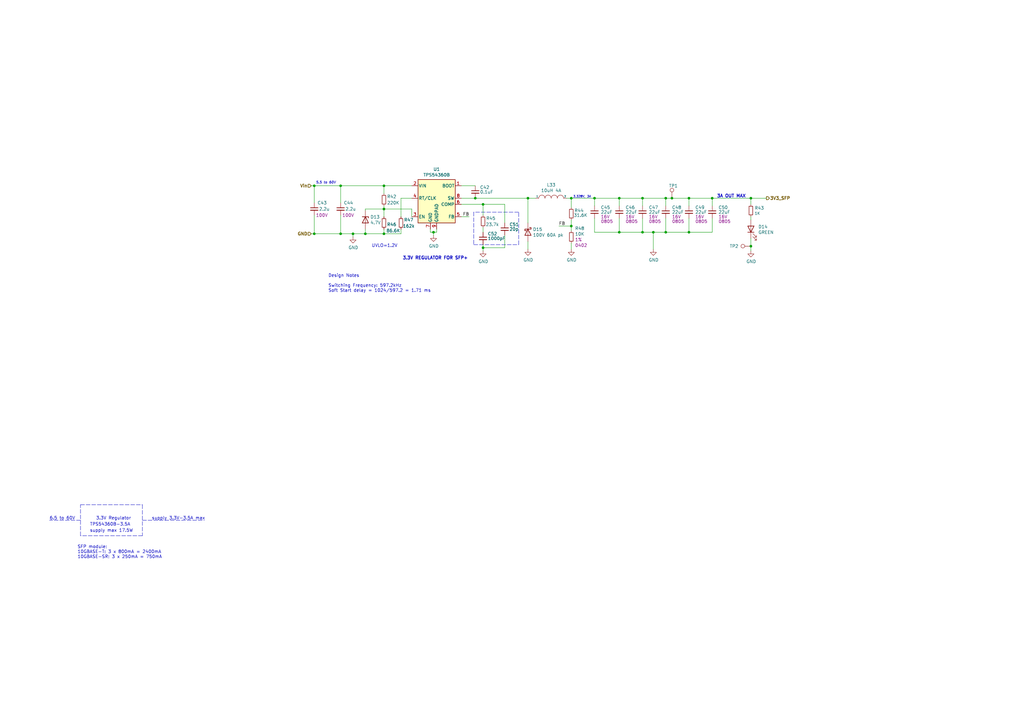
<source format=kicad_sch>
(kicad_sch (version 20211123) (generator eeschema)
  (paper "A3")
  (title_block (title "UbiConn") (date "2023-01-21") (rev "A"))
  (lib_symbols
    (symbol "Connector:TestPoint" (pin_numbers hide) (pin_names (offset 0.762) hide)
      (property "Reference" "TP" (at 0 6.858 0))
      (property "Value" "TestPoint" (at 0 5.08 0))
      (symbol "TestPoint_0_1"
        (circle (center 0 3.302) (radius 0.762))
      )
      (symbol "TestPoint_1_1"
        (pin passive line (at 0 0 90) (length 2.54) (name "1") (number "1"))
      )
    )
    (symbol "Device:C_Small" (pin_numbers hide) (pin_names (offset 0.254) hide)
      (property "Reference" "C" (at 0.254 1.778 0))
      (property "Value" "C_Small" (at 0.254 -2.032 0))
      (symbol "C_Small_0_1"
        (polyline (pts (xy -1.524 -0.508) (xy 1.524 -0.508)) (stroke (width 0.3302)))
        (polyline (pts (xy -1.524 0.508) (xy 1.524 0.508)) (stroke (width 0.3048)))
      )
      (symbol "C_Small_1_1"
        (pin passive line (at 0 2.54 270) (length 2.032) (name "~") (number "1"))
        (pin passive line (at 0 -2.54 90) (length 2.032) (name "~") (number "2"))
      )
    )
    (symbol "Device:D_Schottky" (pin_numbers hide) (pin_names (offset 1.016) hide)
      (property "Reference" "D" (at 0 2.54 0))
      (property "Value" "D_Schottky" (at 0 -2.54 0))
      (symbol "D_Schottky_0_1"
        (polyline (pts (xy 1.27 0) (xy -1.27 0)))
        (polyline (pts (xy 1.27 1.27) (xy 1.27 -1.27) (xy -1.27 0) (xy 1.27 1.27)) (stroke (width 0.254)))
        (polyline (pts (xy -1.905 0.635) (xy -1.905 1.27) (xy -1.27 1.27) (xy -1.27 -1.27) (xy -0.635 -1.27) (xy -0.635 -0.635)) (stroke (width 0.254)))
      )
      (symbol "D_Schottky_1_1"
        (pin passive line (at -3.81 0 0) (length 2.54) (name "K") (number "1"))
        (pin passive line (at 3.81 0 180) (length 2.54) (name "A") (number "2"))
      )
    )
    (symbol "Device:D_Zener" (pin_numbers hide) (pin_names (offset 1.016) hide)
      (property "Reference" "D" (at 0 2.54 0))
      (property "Value" "D_Zener" (at 0 -2.54 0))
      (symbol "D_Zener_0_1"
        (polyline (pts (xy 1.27 0) (xy -1.27 0)))
        (polyline (pts (xy -1.27 -1.27) (xy -1.27 1.27) (xy -0.762 1.27)) (stroke (width 0.254)))
        (polyline (pts (xy 1.27 -1.27) (xy 1.27 1.27) (xy -1.27 0) (xy 1.27 -1.27)) (stroke (width 0.254)))
      )
      (symbol "D_Zener_1_1"
        (pin passive line (at -3.81 0 0) (length 2.54) (name "K") (number "1"))
        (pin passive line (at 3.81 0 180) (length 2.54) (name "A") (number "2"))
      )
    )
    (symbol "Device:LED" (pin_numbers hide) (pin_names (offset 1.016) hide)
      (property "Reference" "D" (at 0 2.54 0))
      (property "Value" "LED" (at 0 -2.54 0))
      (symbol "LED_0_1"
        (polyline (pts (xy -1.27 -1.27) (xy -1.27 1.27)) (stroke (width 0.254)))
        (polyline (pts (xy -1.27 0) (xy 1.27 0)))
        (polyline (pts (xy 1.27 -1.27) (xy 1.27 1.27) (xy -1.27 0) (xy 1.27 -1.27)) (stroke (width 0.254)))
        (polyline (pts (xy -3.048 -0.762) (xy -4.572 -2.286) (xy -3.81 -2.286) (xy -4.572 -2.286) (xy -4.572 -1.524)))
        (polyline (pts (xy -1.778 -0.762) (xy -3.302 -2.286) (xy -2.54 -2.286) (xy -3.302 -2.286) (xy -3.302 -1.524)))
      )
      (symbol "LED_1_1"
        (pin passive line (at -3.81 0 0) (length 2.54) (name "K") (number "1"))
        (pin passive line (at 3.81 0 180) (length 2.54) (name "A") (number "2"))
      )
    )
    (symbol "Device:R_Small" (pin_numbers hide) (pin_names (offset 0.254) hide)
      (property "Reference" "R" (at 0.762 0.508 0))
      (property "Value" "R_Small" (at 0.762 -1.016 0))
      (symbol "R_Small_0_1"
        (rectangle (start -0.762 1.778) (end 0.762 -1.778) (stroke (width 0.2032)))
      )
      (symbol "R_Small_1_1"
        (pin passive line (at 0 2.54 270) (length 0.762) (name "~") (number "1"))
        (pin passive line (at 0 -2.54 90) (length 0.762) (name "~") (number "2"))
      )
    )
    (symbol "Regulator_Switching:TPS54360DDA" (pin_names (offset 0.254))
      (property "Reference" "U" (at -7.62 11.43 0))
      (property "Value" "TPS54360DDA" (at -7.62 8.89 0))
      (symbol "TPS54360DDA_0_1"
        (rectangle (start -7.62 7.62) (end 7.62 -10.16) (stroke (width 0.254)) (fill (type background)))
      )
      (symbol "TPS54360DDA_1_1"
        (pin input line (at 10.16 5.08 180) (length 2.54) (name "BOOT") (number "1"))
        (pin power_in line (at -10.16 5.08 0) (length 2.54) (name "VIN") (number "2"))
        (pin input line (at -10.16 -7.62 0) (length 2.54) (name "EN") (number "3"))
        (pin input line (at -10.16 0 0) (length 2.54) (name "RT/CLK") (number "4"))
        (pin input line (at 10.16 -7.62 180) (length 2.54) (name "FB") (number "5"))
        (pin passive line (at 10.16 -2.54 180) (length 2.54) (name "COMP") (number "6"))
        (pin power_in line (at -2.54 -12.7 90) (length 2.54) (name "GND") (number "7"))
        (pin output line (at 10.16 0 180) (length 2.54) (name "SW") (number "8"))
        (pin power_in line (at 0 -12.7 90) (length 2.54) (name "GNDPAD") (number "9"))
      )
    )
    (symbol "power:GND" (power) (pin_names (offset 0))
      (property "Value" "GND" (at 0 -3.81 0))
      (symbol "GND_0_1"
        (polyline (pts (xy 0 0) (xy 0 -1.27) (xy 1.27 -1.27) (xy 0 -2.54) (xy -1.27 -1.27) (xy 0 -1.27)))
      )
      (symbol "GND_1_1"
        (pin power_in line (at 0 0 270) (length 0) hide (name "GND") (number "1"))
      )
    )
    (symbol "pspice:INDUCTOR" (pin_numbers hide) (pin_names (offset 0))
      (property "Reference" "L" (at 0 2.54 0))
      (property "Value" "INDUCTOR" (at 0 -1.27 0))
      (symbol "INDUCTOR_0_1"
        (arc (start -2.54 0) (mid -3.81 1.27) (end -5.08 0))
        (arc (start 0 0) (mid -1.27 1.27) (end -2.54 0))
        (arc (start 2.54 0) (mid 1.27 1.27) (end 0 0))
        (arc (start 5.08 0) (mid 3.81 1.27) (end 2.54 0))
      )
      (symbol "INDUCTOR_1_1"
        (pin input line (at -6.35 0 0) (length 1.27) (name "1") (number "1"))
        (pin input line (at 6.35 0 180) (length 1.27) (name "2") (number "2"))
      )
    )
  )
  (junction (at 275.59 81.28))
  (junction (at 307.975 81.28))
  (junction (at 177.8 95.25))
  (junction (at 198.12 83.82))
  (junction (at 234.315 92.71))
  (junction (at 263.525 81.28))
  (junction (at 198.12 101.6))
  (junction (at 128.905 95.885))
  (junction (at 282.575 81.28))
  (junction (at 194.945 81.28))
  (junction (at 282.575 95.25))
  (junction (at 254 81.28))
  (junction (at 273.05 95.25))
  (junction (at 149.86 95.885))
  (junction (at 128.905 76.2))
  (junction (at 157.48 76.2))
  (junction (at 157.48 85.725))
  (junction (at 243.84 81.28))
  (junction (at 273.05 81.28))
  (junction (at 292.1 81.28))
  (junction (at 267.97 95.25))
  (junction (at 144.78 95.885))
  (junction (at 254 95.25))
  (junction (at 139.7 95.885))
  (junction (at 234.315 81.28))
  (junction (at 157.48 95.885))
  (junction (at 216.535 81.28))
  (junction (at 307.975 100.965))
  (junction (at 139.7 76.2))
  (junction (at 263.525 95.25))
  (wire (pts (xy 273.05 89.535) (xy 273.05 95.25)))
  (wire (pts (xy 254 95.25) (xy 263.525 95.25)))
  (wire (pts (xy 157.48 76.2) (xy 168.91 76.2)))
  (wire (pts (xy 216.535 81.28) (xy 219.71 81.28)))
  (wire (pts (xy 234.315 90.17) (xy 234.315 92.71)))
  (wire (pts (xy 263.525 95.25) (xy 267.97 95.25)))
  (wire (pts (xy 232.41 81.28) (xy 234.315 81.28)))
  (wire (pts (xy 128.905 88.265) (xy 128.905 95.885)))
  (wire (pts (xy 234.315 81.28) (xy 243.84 81.28)))
  (wire (pts (xy 307.975 97.79) (xy 307.975 100.965)))
  (wire (pts (xy 307.975 81.28) (xy 314.325 81.28)))
  (wire (pts (xy 157.48 85.725) (xy 157.48 88.9)))
  (wire (pts (xy 216.535 99.06) (xy 216.535 102.235)))
  (polyline (pts (xy 212.725 86.995) (xy 194.31 86.995)))
  (wire (pts (xy 164.465 95.885) (xy 157.48 95.885)))
  (wire (pts (xy 189.23 81.28) (xy 194.945 81.28)))
  (wire (pts (xy 127.635 76.2) (xy 128.905 76.2)))
  (wire (pts (xy 292.1 81.28) (xy 307.975 81.28)))
  (wire (pts (xy 164.465 81.28) (xy 168.91 81.28)))
  (polyline (pts (xy 212.725 100.33) (xy 212.725 86.995)))
  (wire (pts (xy 273.05 81.28) (xy 275.59 81.28)))
  (wire (pts (xy 207.01 101.6) (xy 198.12 101.6)))
  (wire (pts (xy 149.86 86.36) (xy 149.86 85.725)))
  (polyline (pts (xy 33.02 219.71) (xy 33.02 207.01)))
  (wire (pts (xy 128.905 76.2) (xy 139.7 76.2)))
  (wire (pts (xy 243.84 95.25) (xy 254 95.25)))
  (wire (pts (xy 243.84 89.535) (xy 243.84 95.25)))
  (wire (pts (xy 144.78 97.155) (xy 144.78 95.885)))
  (wire (pts (xy 149.86 85.725) (xy 157.48 85.725)))
  (wire (pts (xy 149.86 93.98) (xy 149.86 95.885)))
  (wire (pts (xy 267.97 95.25) (xy 267.97 102.235)))
  (wire (pts (xy 139.7 76.2) (xy 139.7 83.185)))
  (wire (pts (xy 307.975 100.965) (xy 307.975 102.87)))
  (wire (pts (xy 179.07 95.25) (xy 177.8 95.25)))
  (wire (pts (xy 254 81.28) (xy 263.525 81.28)))
  (wire (pts (xy 194.945 76.2) (xy 189.23 76.2)))
  (wire (pts (xy 229.235 92.71) (xy 234.315 92.71)))
  (wire (pts (xy 164.465 88.9) (xy 164.465 81.28)))
  (wire (pts (xy 243.84 84.455) (xy 243.84 81.28)))
  (wire (pts (xy 254 84.455) (xy 254 81.28)))
  (polyline (pts (xy 33.02 213.36) (xy 20.32 213.36)))
  (wire (pts (xy 292.1 84.455) (xy 292.1 81.28)))
  (wire (pts (xy 164.465 93.98) (xy 164.465 95.885)))
  (wire (pts (xy 139.7 76.2) (xy 157.48 76.2)))
  (wire (pts (xy 139.7 88.265) (xy 139.7 95.885)))
  (polyline (pts (xy 194.31 86.995) (xy 194.31 100.33)))
  (wire (pts (xy 207.01 91.44) (xy 207.01 83.82)))
  (wire (pts (xy 292.1 95.25) (xy 282.575 95.25)))
  (wire (pts (xy 207.01 96.52) (xy 207.01 101.6)))
  (wire (pts (xy 198.12 102.87) (xy 198.12 101.6)))
  (wire (pts (xy 307.975 83.82) (xy 307.975 81.28)))
  (wire (pts (xy 234.315 102.235) (xy 234.315 99.695)))
  (wire (pts (xy 198.12 95.25) (xy 198.12 93.345)))
  (wire (pts (xy 307.975 88.9) (xy 307.975 90.17)))
  (wire (pts (xy 144.78 95.885) (xy 149.86 95.885)))
  (wire (pts (xy 177.8 95.25) (xy 177.8 96.52)))
  (wire (pts (xy 127.635 95.885) (xy 128.905 95.885)))
  (wire (pts (xy 176.53 95.25) (xy 176.53 93.98)))
  (wire (pts (xy 139.7 95.885) (xy 144.78 95.885)))
  (wire (pts (xy 263.525 95.25) (xy 263.525 89.535)))
  (polyline (pts (xy 194.31 100.33) (xy 212.725 100.33)))
  (wire (pts (xy 263.525 81.28) (xy 273.05 81.28)))
  (wire (pts (xy 207.01 83.82) (xy 198.12 83.82)))
  (wire (pts (xy 234.315 92.71) (xy 234.315 94.615)))
  (wire (pts (xy 282.575 81.28) (xy 292.1 81.28)))
  (wire (pts (xy 128.905 95.885) (xy 139.7 95.885)))
  (wire (pts (xy 273.05 95.25) (xy 282.575 95.25)))
  (wire (pts (xy 216.535 91.44) (xy 216.535 81.28)))
  (wire (pts (xy 198.12 83.82) (xy 189.23 83.82)))
  (wire (pts (xy 198.12 101.6) (xy 198.12 100.33)))
  (wire (pts (xy 292.1 89.535) (xy 292.1 95.25)))
  (wire (pts (xy 254 95.25) (xy 254 89.535)))
  (wire (pts (xy 149.86 95.885) (xy 157.48 95.885)))
  (wire (pts (xy 192.405 88.9) (xy 189.23 88.9)))
  (wire (pts (xy 168.91 88.9) (xy 168.91 85.725)))
  (wire (pts (xy 198.12 88.265) (xy 198.12 83.82)))
  (wire (pts (xy 275.59 81.28) (xy 282.575 81.28)))
  (wire (pts (xy 194.945 81.28) (xy 216.535 81.28)))
  (wire (pts (xy 267.97 95.25) (xy 273.05 95.25)))
  (wire (pts (xy 177.8 95.25) (xy 176.53 95.25)))
  (wire (pts (xy 179.07 93.98) (xy 179.07 95.25)))
  (wire (pts (xy 157.48 79.375) (xy 157.48 76.2)))
  (wire (pts (xy 168.91 85.725) (xy 157.48 85.725)))
  (polyline (pts (xy 58.42 219.71) (xy 33.02 219.71)))
  (wire (pts (xy 273.05 84.455) (xy 273.05 81.28)))
  (wire (pts (xy 263.525 84.455) (xy 263.525 81.28)))
  (polyline (pts (xy 33.02 207.01) (xy 58.42 207.01)))
  (wire (pts (xy 157.48 93.98) (xy 157.48 95.885)))
  (wire (pts (xy 282.575 84.455) (xy 282.575 81.28)))
  (wire (pts (xy 282.575 89.535) (xy 282.575 95.25)))
  (polyline (pts (xy 58.42 207.01) (xy 58.42 219.71)))
  (wire (pts (xy 157.48 84.455) (xy 157.48 85.725)))
  (polyline (pts (xy 58.42 213.36) (xy 83.82 213.36)))
  (wire (pts (xy 128.905 83.185) (xy 128.905 76.2)))
  (wire (pts (xy 234.315 85.09) (xy 234.315 81.28)))
  (wire (pts (xy 243.84 81.28) (xy 254 81.28)))
  (text "" (at 142.24 89.535 0) (effects (font (size 1.4986 1.4986) (thickness 0.2997) bold italic) (justify left bottom)))
  (text "3A OUT MAX" (at 294.005 81.28 0) (effects (font (size 1.27 1.27) (thickness 0.254) bold) (justify left bottom)))
  (text "3.3V REGULATOR FOR SFP+" (at 165.1 106.68 0) (effects (font (size 1.27 1.27) (thickness 0.254) bold) (justify left bottom)))
  (text "Design Notes\n\nSwitching Frequency: 597.2kHz\nSoft Start delay = 1024/597.2 = 1.71 ms" (at 134.62 120.015 0) (effects (font (size 1.27 1.27)) (justify left bottom)))
  (text "" (at 135.255 88.265 0) (effects (font (size 1.4986 1.4986) (thickness 0.2997) bold italic) (justify left bottom)))
  (text "SFP module: \n10GBASE-T: 3 x 800mA = 2400mA\n10GBASE-SR: 3 x 250mA = 750mA" (at 31.75 229.235 0) (effects (font (size 1.27 1.27)) (justify left bottom)))
  (text "3.328V, 3A" (at 234.95 81.28 0) (effects (font (size 0.889 0.889) italic) (justify left bottom)))
  (text "5.5 to 60V" (at 129.54 75.565 0) (effects (font (size 0.9906 0.9906) italic) (justify left bottom)))
  (text "" (at 307.34 86.995 0) (effects (font (size 1.4986 1.4986) (thickness 0.2997) bold italic) (justify left bottom)))
  (text "TPS54360B-3.5A" (at 36.83 215.9 0) (effects (font (size 1.27 1.27)) (justify left bottom)))
  (text "6.5 to 60V" (at 20.32 213.36 0) (effects (font (size 1.27 1.27)) (justify left bottom)))
  (text "UVLO=1.2V" (at 152.4 101.6 0) (effects (font (size 1.27 1.27)) (justify left bottom)))
  (text "supply 3.3V-3.5A max" (at 62.23 213.36 0) (effects (font (size 1.27 1.27)) (justify left bottom)))
  (text "supply max 17.5W" (at 36.83 218.44 0) (effects (font (size 1.27 1.27)) (justify left bottom)))
  (text "" (at 288.29 88.265 0) (effects (font (size 1.4986 1.4986) (thickness 0.2997) bold italic) (justify left bottom)))
  (text "3.3V Regulator" (at 39.37 213.36 0) (effects (font (size 1.27 1.27)) (justify left bottom)))
  (text "" (at 127 88.265 0) (effects (font (size 1.4986 1.4986) (thickness 0.2997) bold italic) (justify left bottom)))
  (text "" (at 9.525 50.165 0) (effects (font (size 1.4986 1.4986) (thickness 0.2997) bold italic) (justify left bottom)))
  (label "FB" (at 192.405 88.9 180))
  (label "FB" (at 229.235 92.71 0))
  (hierarchical_label "GND" (shape input) (at 127.635 95.885 180) (effects (font (thickness 0.254) bold)))
  (hierarchical_label "Vin" (shape input) (at 127.635 76.2 180) (effects (font (thickness 0.254) bold)))
  (hierarchical_label "3V3_SFP" (shape output) (at 314.325 81.28 0) (effects (font (thickness 0.254) bold)))
  (symbol (lib_id "Connector:TestPoint") (at 275.59 81.28 0)
    (property "Reference" "TP1" (at 274.32 76.2 0) (effects (justify left)))
    (property "Value" "TestPoint" (effects hide))
    (property "Footprint" "TestPoint:TestPoint_Pad_D1.0mm" (effects hide))
    (property "MPN" "DNI" (effects hide))
  )
  (symbol (lib_id "Device:D_Schottky") (at 216.535 95.25 270)
    (property "Reference" "D15" (at 218.5416 94.0816 90) (effects (justify left)))
    (property "Value" "100V 60A pk" (at 218.5416 96.393 90) (effects (justify left)))
    (property "Footprint" "Diode_SMD:D_SMA" (effects hide))
    (property "MPN" "VSSA310S-E3/61T" (effects hide))
    (property "LCSC#" "C468173" (effects hide))
    (property "Cost @ 100pcs" "0.260" (effects hide))
    (property "Manufacturer " "Vishay General Semiconductor" (effects hide))
    (property "MPN if populated" "VSSA310S-E3/61T" (effects hide))
    (property "Description" "DIODE SCHOTTKY 100V 1.7A DO214AC" (effects hide))
    (property "Operating Temperature" "-40°C ~ 150°C" (effects hide))
    (property "Cost @10pcs" "0.381" (effects hide))
    (property "Supplier 1" "Mouser" (effects hide))
  )
  (symbol (lib_id "Regulator_Switching:TPS54360DDA") (at 179.07 81.28 0)
    (property "Reference" "U1" (at 179.07 69.4182 0))
    (property "Value" "TPS54360B" (at 179.07 71.7296 0))
    (property "Footprint" "Package_SO:TI_SO-PowerPAD-8_ThermalVias" (effects hide))
    (property "MPN" "TPS54360BDDAR" (effects hide))
    (property "MPN if populated" "TPS54360BDDAR" (effects hide))
    (property "Cost @ 100pcs" "1.2823" (effects hide))
    (property "Manufacturer " "Texas Instruments" (effects hide))
    (property "Description" "IC REG BCK SPLIT RAIL ADJ 8SOPWR" (effects hide))
    (property "Operating Temperature" "-40°C ~ 150°C" (effects hide))
    (property "Cost @10pcs" "1.5655" (effects hide))
    (property "Supplier 1" "Texas Instruments" (effects hide))
    (property "Alt" "TPS54360BQDDARQ1" (effects hide))
    (property "LCSC#" "C524806" (effects hide))
  )
  (symbol (lib_id "Device:R_Small") (at 234.315 87.63 0)
    (property "Reference" "R44" (at 237.49 86.36 0))
    (property "Value" "31.6K" (at 238.125 88.265 0))
    (property "Footprint" "Resistor_SMD:R_0402_1005Metric" (effects hide))
    (property "MPN" "RC0402FR-0731K6L" (effects hide))
    (property "LCSC#" "C276265" (effects hide))
    (property "Tolerance" "1%" (effects hide))
    (property "MPN if populated" "RC0402FR-0731K6L" (effects hide))
    (property "Cost @ 100pcs" "0.0007" (effects hide))
    (property "Manufacturer " "Yageo" (effects hide))
    (property "Description" "RES 31.6K OHM 1% 1/16W 0402" (effects hide))
    (property "Operating Temperature" "-55°C ~ 155°C" (effects hide))
    (property "Cost @10pcs" "0.0007" (effects hide))
    (property "Supplier 1" "LCSC" (effects hide))
    (property "Package" "0402" (effects hide))
  )
  (symbol (lib_id "Device:R_Small") (at 234.315 97.155 0)
    (property "Reference" "R48" (at 235.8136 93.6752 0) (effects (justify left)))
    (property "Value" "10K" (at 235.8136 95.9866 0) (effects (justify left)))
    (property "Footprint" "Resistor_SMD:R_0402_1005Metric" (effects hide))
    (property "MPN" "RC0402FR-0710KL" (effects hide))
    (property "LCSC#" "C60490" (effects hide))
    (property "Tolerance" "1%" (at 235.8136 98.298 0) (effects (justify left)))
    (property "MPN if populated" "RC0402FR-0710KL" (effects hide))
    (property "Cost @ 100pcs" "0.0006" (effects hide))
    (property "Manufacturer " "Yageo" (effects hide))
    (property "Description" "RES SMD 10K OHM 1% 1/16W 0402" (effects hide))
    (property "Operating Temperature" "-55°C ~ 155°C" (effects hide))
    (property "Cost @10pcs" "0.0006" (effects hide))
    (property "Supplier 1" "LCSC" (effects hide))
    (property "Package" "0402" (at 235.8136 100.6094 0) (effects (justify left)))
  )
  (symbol (lib_id "Device:R_Small") (at 157.48 81.915 0)
    (property "Reference" "R42" (at 160.655 80.645 0))
    (property "Value" "220K" (at 161.29 83.185 0))
    (property "Footprint" "Resistor_SMD:R_0402_1005Metric" (effects hide))
    (property "MPN" "RC0402FR-07220KL" (effects hide))
    (property "LCSC#" "C138030" (effects hide))
    (property "Tolerance" "1%" (effects hide))
    (property "MPN if populated" "RC0402FR-07220KL" (effects hide))
    (property "Cost @ 100pcs" "0.0014" (effects hide))
    (property "Description" "RES SMD 220K OHM 1% 1/16W 0402" (effects hide))
    (property "Cost @10pcs" "0.0014" (effects hide))
    (property "Manufacturer " "Yageo" (effects hide))
    (property "Operating Temperature" "-55°C ~ 155°C" (effects hide))
    (property "Supplier 1" "LCSC" (effects hide))
    (property "Package" "0402" (effects hide))
  )
  (symbol (lib_id "Device:R_Small") (at 157.48 91.44 0)
    (property "Reference" "R46" (at 160.655 92.075 0))
    (property "Value" "86.6K" (at 161.29 94.615 0))
    (property "Footprint" "Resistor_SMD:R_0402_1005Metric" (effects hide))
    (property "MPN" "RC0402FR-0786K6L" (effects hide))
    (property "LCSC#" "C477807" (effects hide))
    (property "Tolerance" "1%" (effects hide))
    (property "MPN if populated" "RC0402FR-0786K6L" (effects hide))
    (property "Cost @ 100pcs" "0.0015" (effects hide))
    (property "Description" "RES SMD 86.6K OHM 1% 1/16W 0402" (effects hide))
    (property "Cost @10pcs" "0.0015" (effects hide))
    (property "Manufacturer " "Yageo" (effects hide))
    (property "Operating Temperature" "-55°C ~ 155°C" (effects hide))
    (property "Supplier 1" "LCSC" (effects hide))
    (property "Package" "0402" (effects hide))
  )
  (symbol (lib_id "Device:R_Small") (at 164.465 91.44 0)
    (property "Reference" "R47" (at 167.64 90.17 0))
    (property "Value" "162k" (at 167.64 92.71 0))
    (property "Footprint" "Resistor_SMD:R_0402_1005Metric" (effects hide))
    (property "MPN" "RC0402FR-07162KL" (effects hide))
    (property "LCSC#" "C185462" (effects hide))
    (property "Tolerance" "1%" (effects hide))
    (property "MPN if populated" "RC0402FR-07162KL" (effects hide))
    (property "Cost @ 100pcs" "0.006" (effects hide))
    (property "Manufacturer " "Yageo" (effects hide))
    (property "Description" "RES SMD 162K OHM 1% 1/16W 0402" (effects hide))
    (property "Operating Temperature" "-55°C ~ 155°C" (effects hide))
    (property "Cost @10pcs" "0.017" (effects hide))
    (property "Supplier 1" "LCSC" (effects hide))
    (property "Package" "0402" (effects hide))
  )
  (symbol (lib_id "Device:C_Small") (at 194.945 78.74 0)
    (property "Reference" "C42" (at 196.85 76.835 0) (effects (justify left)))
    (property "Value" "0.1uF" (at 196.85 78.74 0) (effects (justify left)))
    (property "Footprint" "Kpk:C_0402_Small" (effects hide))
    (property "MPN" "GRM155R71H104KE14J" (effects hide))
    (property "Voltage Rating" "50V" (effects hide))
    (property "LCSC#" "C85858" (effects hide))
    (property "Cost @ 100pcs" "0.0117" (effects hide))
    (property "MPN if populated" "GRM155R71H104KE14J" (effects hide))
    (property "Manufacturer " "Murata Electronics" (effects hide))
    (property "Description" "CAP CER 0.1UF 50V X7R 0402" (effects hide))
    (property "Operating Temperature" "-55°C ~ 125°C" (effects hide))
    (property "Cost @10pcs" "0.0117" (effects hide))
    (property "Supplier 1" "LCSC" (effects hide))
    (property "Package" "0402" (effects hide))
  )
  (symbol (lib_id "Device:R_Small") (at 198.12 90.805 0)
    (property "Reference" "R45" (at 201.295 89.535 0))
    (property "Value" "23.7k" (at 201.93 92.075 0))
    (property "Footprint" "Resistor_SMD:R_0402_1005Metric" (effects hide))
    (property "MPN" "RC0402FR-0723K7L" (effects hide))
    (property "LCSC#" "C327362" (effects hide))
    (property "Tolerance" "1%" (effects hide))
    (property "MPN if populated" "RC0402FR-0723K7L" (effects hide))
    (property "Cost @ 100pcs" "0.006" (effects hide))
    (property "Manufacturer " "Yageo" (effects hide))
    (property "Description" "RES SMD 23.7K OHM 1% 1/16W 0402" (effects hide))
    (property "Operating Temperature" "-55°C ~ 155°C" (effects hide))
    (property "Cost @10pcs" "0.017" (effects hide))
    (property "Supplier 1" "LCSC" (effects hide))
    (property "Package" "0402" (effects hide))
  )
  (symbol (lib_id "Device:C_Small") (at 198.12 97.79 0)
    (property "Reference" "C52" (at 200.025 95.885 0) (effects (justify left)))
    (property "Value" "1000pF" (at 200.025 97.79 0) (effects (justify left)))
    (property "Footprint" "Kpk:C_0402_Small" (effects hide))
    (property "MPN" "0402B102K500CT" (effects hide))
    (property "Voltage Rating" "50V" (effects hide))
    (property "LCSC#" "C301925" (effects hide))
    (property "Cost @ 100pcs" "0.002" (effects hide))
    (property "MPN if populated" "0402B102K500CT" (effects hide))
    (property "Manufacturer " "Walsin Tech Corp" (effects hide))
    (property "Description" "CAP CER 1000PF 50V X7R 0402" (effects hide))
    (property "Operating Temperature" "-55°C ~ 125°C" (effects hide))
    (property "Cost @10pcs" "0.002" (effects hide))
    (property "Supplier 1" "LCSC" (effects hide))
    (property "Package" "0402" (effects hide))
  )
  (symbol (lib_id "Device:LED") (at 307.975 93.98 90)
    (property "Reference" "D14" (at 310.9722 92.9894 90) (effects (justify right)))
    (property "Value" "GREEN" (at 310.9722 95.3008 90) (effects (justify right)))
    (property "Footprint" "LED_SMD:LED_0603_1608Metric" (effects hide))
    (property "MPN" "LTST-C191KGKT" (effects hide))
    (property "LCSC#" "C125098" (effects hide))
    (property "Cost @ 100pcs" "0.0211" (effects hide))
    (property "MPN if populated" "LTST-C191KGKT" (effects hide))
    (property "Manufacturer " "Lite-On" (effects hide))
    (property "Alt" "SML-D12P8WT86C" (effects hide))
    (property "Description" "LED PURE GREEN 1608 SMD" (effects hide))
    (property "Operating Temperature" "-55 °C~ 85°C" (effects hide))
    (property "Cost @10pcs" "0.0211" (effects hide))
    (property "Supplier 1" "LCSC" (effects hide))
  )
  (symbol (lib_id "Device:R_Small") (at 307.975 86.36 0)
    (property "Reference" "R43" (at 309.4736 85.3186 0) (effects (justify left)))
    (property "Value" "1K" (at 309.4736 87.503 0) (effects (font (size 1.0922 1.0922)) (justify left)))
    (property "Footprint" "Resistor_SMD:R_0402_1005Metric" (effects hide))
    (property "MPN" "RC0402FR-071KL" (effects hide))
    (property "LCSC#" "C106235" (effects hide))
    (property "MPN if populated" "RC0402FR-071KL" (effects hide))
    (property "Cost @ 100pcs" "0.0007" (effects hide))
    (property "Manufacturer " "Yageo" (effects hide))
    (property "Tolerance" "1%" (effects hide))
    (property "Description" "RES SMD 1K OHM 1% 1/16W 0402" (effects hide))
    (property "Operating Temperature" "-55°C ~ 155°C" (effects hide))
    (property "Cost @10pcs" "0.0007" (effects hide))
    (property "Supplier 1" "LCSC" (effects hide))
    (property "Package" "0402" (effects hide))
  )
  (symbol (lib_id "Device:C_Small") (at 139.7 85.725 0)
    (property "Reference" "C44" (at 140.97 83.185 0) (effects (justify left)))
    (property "Value" "2.2u" (at 141.605 85.725 0) (effects (justify left)))
    (property "Footprint" "Capacitor_SMD:C_1206_3216Metric" (effects hide))
    (property "MPN" "CL31B225KCHSNNE" (effects hide))
    (property "Voltage Rating" "100V" (at 140.335 88.265 0) (effects (justify left)))
    (property "LCSC#" "C170101" (effects hide))
    (property "MPN if populated" "CL31B225KCHSNNE" (effects hide))
    (property "Manufacturer " "Samsung Electro-Mechanics" (effects hide))
    (property "Cost @ 100pcs" "0.0912" (effects hide))
    (property "Description" "CAP CER 2.2UF 100V X7R 1206" (effects hide))
    (property "Operating Temperature" "-55°C ~ 125°C" (effects hide))
    (property "Cost @10pcs" "0.0912" (effects hide))
    (property "Supplier 1" "LCSC" (effects hide))
    (property "Package" "1206" (effects hide))
  )
  (symbol (lib_id "Device:C_Small") (at 128.905 85.725 0)
    (property "Reference" "C43" (at 130.175 83.185 0) (effects (justify left)))
    (property "Value" "2.2u" (at 130.81 85.725 0) (effects (justify left)))
    (property "Footprint" "Capacitor_SMD:C_1206_3216Metric" (effects hide))
    (property "MPN" "CL31B225KCHSNNE" (effects hide))
    (property "Voltage Rating" "100V" (at 129.54 88.265 0) (effects (justify left)))
    (property "LCSC#" "C170101" (effects hide))
    (property "MPN if populated" "CL31B225KCHSNNE" (effects hide))
    (property "Manufacturer " "Samsung Electro-Mechanics" (effects hide))
    (property "Cost @ 100pcs" "0.0912" (effects hide))
    (property "Description" "CAP CER 2.2UF 100V X7R 1206" (effects hide))
    (property "Operating Temperature" "-55°C ~ 125°C" (effects hide))
    (property "Cost @10pcs" "0.0912" (effects hide))
    (property "Supplier 1" "LCSC" (effects hide))
    (property "Package" "1206" (effects hide))
  )
  (symbol (lib_id "pspice:INDUCTOR") (at 226.06 81.28 0)
    (property "Reference" "L33" (at 226.06 75.819 0))
    (property "Value" "10uH 4A" (at 226.06 78.1304 0))
    (property "Footprint" "Kpk:L_7.3x6.6_H3" (effects hide))
    (property "MPN" "LMLP07A7M100DTAS" (effects hide))
    (property "MPN if populated" "LMLP07A7M100DTAS" (effects hide))
    (property "Cost @ 100pcs" "0.281" (effects hide))
    (property "Manufacturer " "AVX Corporation" (effects hide))
    (property "Description" "FIXED IND 10UH 4A 68MOHM SMD" (effects hide))
    (property "Operating Temperature" "-55°C ~ 155°C" (effects hide))
    (property "Cost @10pcs" "0.335" (effects hide))
    (property "Supplier 1" "Mouser" (effects hide))
  )
  (symbol (lib_id "Device:C_Small") (at 207.01 93.98 0)
    (property "Reference" "C51" (at 208.915 92.075 0) (effects (justify left)))
    (property "Value" "20p" (at 208.915 93.98 0) (effects (justify left)))
    (property "Footprint" "Kpk:C_0402_Small" (effects hide))
    (property "MPN" "CC0402JRNPO9BN200" (effects hide))
    (property "Voltage Rating" "50V" (effects hide))
    (property "LCSC#" "C107000" (effects hide))
    (property "Cost @ 100pcs" "0.011" (effects hide))
    (property "MPN if populated" "CC0402JRNPO9BN200" (effects hide))
    (property "Manufacturer " "Yageo" (effects hide))
    (property "Description" "CAP CER 20PF 50V C0G/NPO 0402" (effects hide))
    (property "Operating Temperature" "-55°C ~ 125°C" (effects hide))
    (property "Cost @10pcs" "0.024" (effects hide))
    (property "Supplier 1" "LCSC" (effects hide))
    (property "Package" "0402" (effects hide))
  )
  (symbol (lib_id "Connector:TestPoint") (at 307.975 100.965 90)
    (property "Reference" "TP2" (at 302.895 100.965 90) (effects (justify left)))
    (property "Value" "TestPoint" (effects hide))
    (property "Footprint" "TestPoint:TestPoint_Pad_D1.0mm" (effects hide))
    (property "MPN" "DNI" (effects hide))
  )
  (symbol (lib_id "power:GND") (at 144.78 97.155 0)
    (property "Reference" "#PWR090" (effects hide))
    (property "Value" "GND" (at 144.907 101.5492 0))
  )
  (symbol (lib_id "power:GND") (at 177.8 96.52 0)
    (property "Reference" "#PWR089" (effects hide))
    (property "Value" "GND" (at 177.927 100.9142 0))
  )
  (symbol (lib_id "power:GND") (at 198.12 102.87 0)
    (property "Reference" "#PWR094" (effects hide))
    (property "Value" "GND" (at 198.247 107.2642 0))
  )
  (symbol (lib_id "power:GND") (at 216.535 102.235 0)
    (property "Reference" "#PWR091" (effects hide))
    (property "Value" "GND" (at 216.662 106.6292 0))
  )
  (symbol (lib_id "power:GND") (at 234.315 102.235 0)
    (property "Reference" "#PWR092" (effects hide))
    (property "Value" "GND" (at 234.442 106.6292 0))
  )
  (symbol (lib_id "power:GND") (at 267.97 102.235 0)
    (property "Reference" "#PWR093" (effects hide))
    (property "Value" "GND" (at 268.097 106.6292 0))
  )
  (symbol (lib_id "power:GND") (at 307.975 102.87 0)
    (property "Reference" "#PWR095" (effects hide))
    (property "Value" "GND" (at 308.102 107.2642 0))
  )
  (symbol (lib_id "Device:C_Small") (at 243.84 86.995 0)
    (property "Reference" "C45" (at 246.38 85.09 0) (effects (justify left)))
    (property "Value" "22uF" (at 246.38 86.995 0) (effects (justify left)))
    (property "Footprint" "Capacitor_SMD:C_0805_2012Metric" (effects hide))
    (property "MPN" "CL21X226MOYNNWE" (effects hide))
    (property "Voltage Rating" "16V" (at 246.38 88.9 0) (effects (justify left)))
    (property "LCSC#" "C3039691" (effects hide))
    (property "Cost @ 100pcs" "0.0727" (effects hide))
    (property "MPN if populated" "CL21X226MOYNNWE" (effects hide))
    (property "Manufacturer " "Samsung Electro-Mechanics" (effects hide))
    (property "Description" "CAP CER 22UF 16V X6S 0805" (effects hide))
    (property "Operating Temperature" "-55°C ~ 105°C" (effects hide))
    (property "Cost @10pcs" "0.0881" (effects hide))
    (property "Supplier 1" "LCSC" (effects hide))
    (property "Package" "0805" (at 248.92 90.805 0))
  )
  (symbol (lib_id "Device:C_Small") (at 254 86.995 0)
    (property "Reference" "C46" (at 256.54 85.09 0) (effects (justify left)))
    (property "Value" "22uF" (at 256.54 86.995 0) (effects (justify left)))
    (property "Footprint" "Capacitor_SMD:C_0805_2012Metric" (effects hide))
    (property "MPN" "CL21X226MOYNNWE" (effects hide))
    (property "Voltage Rating" "16V" (at 256.54 88.9 0) (effects (justify left)))
    (property "LCSC#" "C3039691" (effects hide))
    (property "Cost @ 100pcs" "0.0727" (effects hide))
    (property "MPN if populated" "CL21X226MOYNNWE" (effects hide))
    (property "Manufacturer " "Samsung Electro-Mechanics" (effects hide))
    (property "Description" "CAP CER 22UF 16V X6S 0805" (effects hide))
    (property "Operating Temperature" "-55°C ~ 105°C" (effects hide))
    (property "Cost @10pcs" "0.0881" (effects hide))
    (property "Supplier 1" "LCSC" (effects hide))
    (property "Package" "0805" (at 259.08 90.805 0))
  )
  (symbol (lib_id "Device:C_Small") (at 263.525 86.995 0)
    (property "Reference" "C47" (at 266.065 85.09 0) (effects (justify left)))
    (property "Value" "22uF" (at 266.065 86.995 0) (effects (justify left)))
    (property "Footprint" "Capacitor_SMD:C_0805_2012Metric" (effects hide))
    (property "MPN" "CL21X226MOYNNWE" (effects hide))
    (property "Voltage Rating" "16V" (at 266.065 88.9 0) (effects (justify left)))
    (property "LCSC#" "C3039691" (effects hide))
    (property "Cost @ 100pcs" "0.0727" (effects hide))
    (property "MPN if populated" "CL21X226MOYNNWE" (effects hide))
    (property "Manufacturer " "Samsung Electro-Mechanics" (effects hide))
    (property "Description" "CAP CER 22UF 16V X6S 0805" (effects hide))
    (property "Operating Temperature" "-55°C ~ 105°C" (effects hide))
    (property "Cost @10pcs" "0.0881" (effects hide))
    (property "Supplier 1" "LCSC" (effects hide))
    (property "Package" "0805" (at 268.605 90.805 0))
  )
  (symbol (lib_id "Device:C_Small") (at 273.05 86.995 0)
    (property "Reference" "C48" (at 275.59 85.09 0) (effects (justify left)))
    (property "Value" "22uF" (at 275.59 86.995 0) (effects (justify left)))
    (property "Footprint" "Capacitor_SMD:C_0805_2012Metric" (effects hide))
    (property "MPN" "CL21X226MOYNNWE" (effects hide))
    (property "Voltage Rating" "16V" (at 275.59 88.9 0) (effects (justify left)))
    (property "LCSC#" "C3039691" (effects hide))
    (property "Cost @ 100pcs" "0.0727" (effects hide))
    (property "MPN if populated" "CL21X226MOYNNWE" (effects hide))
    (property "Manufacturer " "Samsung Electro-Mechanics" (effects hide))
    (property "Description" "CAP CER 22UF 16V X6S 0805" (effects hide))
    (property "Operating Temperature" "-55°C ~ 105°C" (effects hide))
    (property "Cost @10pcs" "0.0881" (effects hide))
    (property "Supplier 1" "LCSC" (effects hide))
    (property "Package" "0805" (at 278.13 90.805 0))
  )
  (symbol (lib_id "Device:C_Small") (at 282.575 86.995 0)
    (property "Reference" "C49" (at 285.115 85.09 0) (effects (justify left)))
    (property "Value" "22uF" (at 285.115 86.995 0) (effects (justify left)))
    (property "Footprint" "Capacitor_SMD:C_0805_2012Metric" (effects hide))
    (property "MPN" "CL21X226MOYNNWE" (effects hide))
    (property "Voltage Rating" "16V" (at 285.115 88.9 0) (effects (justify left)))
    (property "LCSC#" "C3039691" (effects hide))
    (property "Cost @ 100pcs" "0.0727" (effects hide))
    (property "MPN if populated" "CL21X226MOYNNWE" (effects hide))
    (property "Manufacturer " "Samsung Electro-Mechanics" (effects hide))
    (property "Description" "CAP CER 22UF 16V X6S 0805" (effects hide))
    (property "Operating Temperature" "-55°C ~ 105°C" (effects hide))
    (property "Cost @10pcs" "0.0881" (effects hide))
    (property "Supplier 1" "LCSC" (effects hide))
    (property "Package" "0805" (at 287.655 90.805 0))
  )
  (symbol (lib_id "Device:C_Small") (at 292.1 86.995 0)
    (property "Reference" "C50" (at 294.64 85.09 0) (effects (justify left)))
    (property "Value" "22uF" (at 294.64 86.995 0) (effects (justify left)))
    (property "Footprint" "Capacitor_SMD:C_0805_2012Metric" (effects hide))
    (property "MPN" "CL21X226MOYNNWE" (effects hide))
    (property "Voltage Rating" "16V" (at 294.64 88.9 0) (effects (justify left)))
    (property "LCSC#" "C3039691" (effects hide))
    (property "Cost @ 100pcs" "0.0727" (effects hide))
    (property "MPN if populated" "CL21X226MOYNNWE" (effects hide))
    (property "Manufacturer " "Samsung Electro-Mechanics" (effects hide))
    (property "Description" "CAP CER 22UF 16V X6S 0805" (effects hide))
    (property "Operating Temperature" "-55°C ~ 105°C" (effects hide))
    (property "Cost @10pcs" "0.0881" (effects hide))
    (property "Supplier 1" "LCSC" (effects hide))
    (property "Package" "0805" (at 297.18 90.805 0))
  )
  (symbol (lib_id "Device:D_Zener") (at 149.86 90.17 270)
    (property "Reference" "D13" (at 151.8666 89.0016 90) (effects (justify left)))
    (property "Value" "4.7V" (at 151.8666 91.313 90) (effects (justify left)))
    (property "Footprint" "Kpk:D_SOD-323F" (effects hide))
    (property "MPN" "BZX84J-C4V7,115" (effects hide))
    (property "LCSC#" "C551023" (effects hide))
    (property "Cost @ 100pcs" "0.117" (effects hide))
    (property "Manufacturer " "Nexperia" (effects hide))
    (property "MPN if populated" "BZX84J-C4V7,115" (effects hide))
    (property "Description" "DIODE ZENER 4.7V 550MW SOD323F" (effects hide))
    (property "Operating Temperature" "-65°C ~ 150°C" (effects hide))
    (property "Cost @10pcs" "0.221" (effects hide))
    (property "Supplier 1" "LCSC" (effects hide))
  )
)
</source>
